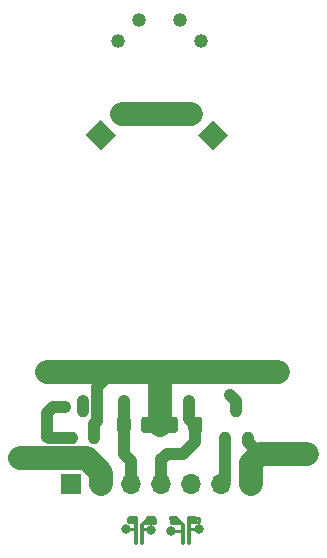
<source format=gbr>
%TF.GenerationSoftware,KiCad,Pcbnew,(5.1.6)-1*%
%TF.CreationDate,2023-11-28T20:11:05+09:00*%
%TF.ProjectId,CMouse-3rd-MOD,434d6f75-7365-42d3-9372-642d4d4f442e,rev?*%
%TF.SameCoordinates,Original*%
%TF.FileFunction,Copper,L1,Top*%
%TF.FilePolarity,Positive*%
%FSLAX46Y46*%
G04 Gerber Fmt 4.6, Leading zero omitted, Abs format (unit mm)*
G04 Created by KiCad (PCBNEW (5.1.6)-1) date 2023-11-28 20:11:05*
%MOMM*%
%LPD*%
G01*
G04 APERTURE LIST*
%TA.AperFunction,ComponentPad*%
%ADD10C,0.100000*%
%TD*%
%TA.AperFunction,ComponentPad*%
%ADD11C,1.800000*%
%TD*%
%TA.AperFunction,ComponentPad*%
%ADD12R,1.700000X1.700000*%
%TD*%
%TA.AperFunction,ComponentPad*%
%ADD13O,1.700000X1.700000*%
%TD*%
%TA.AperFunction,ComponentPad*%
%ADD14C,1.192000*%
%TD*%
%TA.AperFunction,SMDPad,CuDef*%
%ADD15R,0.600000X1.000000*%
%TD*%
%TA.AperFunction,ViaPad*%
%ADD16C,0.800000*%
%TD*%
%TA.AperFunction,Conductor*%
%ADD17C,0.300000*%
%TD*%
%TA.AperFunction,Conductor*%
%ADD18C,0.250000*%
%TD*%
%TA.AperFunction,Conductor*%
%ADD19C,1.000000*%
%TD*%
%TA.AperFunction,Conductor*%
%ADD20C,2.000000*%
%TD*%
G04 APERTURE END LIST*
%TA.AperFunction,ComponentPad*%
D10*
%TO.P,IR5,1*%
%TO.N,Net-(IR5-Pad1)*%
G36*
X109500000Y-117772792D02*
G01*
X108227208Y-116500000D01*
X109500000Y-115227208D01*
X110772792Y-116500000D01*
X109500000Y-117772792D01*
G37*
%TD.AperFunction*%
D11*
%TO.P,IR5,2*%
%TO.N,5v*%
X111296051Y-114703949D03*
%TD*%
%TO.P,IR6,2*%
%TO.N,5v*%
X117203949Y-114703949D03*
%TA.AperFunction,ComponentPad*%
D10*
%TO.P,IR6,1*%
%TO.N,Net-(IR6-Pad1)*%
G36*
X120272792Y-116500000D02*
G01*
X119000000Y-117772792D01*
X117727208Y-116500000D01*
X119000000Y-115227208D01*
X120272792Y-116500000D01*
G37*
%TD.AperFunction*%
%TD*%
D12*
%TO.P,J1,1*%
%TO.N,5v*%
X107000000Y-146000000D03*
D13*
%TO.P,J1,2*%
%TO.N,3.3v*%
X109540000Y-146000000D03*
%TO.P,J1,3*%
%TO.N,AN5*%
X112080000Y-146000000D03*
%TO.P,J1,4*%
%TO.N,AN6*%
X114620000Y-146000000D03*
%TO.P,J1,5*%
%TO.N,PD5*%
X117160000Y-146000000D03*
%TO.P,J1,6*%
%TO.N,PD6*%
X119700000Y-146000000D03*
%TO.P,J1,7*%
%TO.N,GND*%
X122240000Y-146000000D03*
%TD*%
%TO.P,R16,2*%
%TO.N,GND*%
%TA.AperFunction,SMDPad,CuDef*%
G36*
G01*
X112950000Y-141450001D02*
X112950000Y-140549999D01*
G75*
G02*
X113199999Y-140300000I249999J0D01*
G01*
X113850001Y-140300000D01*
G75*
G02*
X114100000Y-140549999I0J-249999D01*
G01*
X114100000Y-141450001D01*
G75*
G02*
X113850001Y-141700000I-249999J0D01*
G01*
X113199999Y-141700000D01*
G75*
G02*
X112950000Y-141450001I0J249999D01*
G01*
G37*
%TD.AperFunction*%
%TO.P,R16,1*%
%TO.N,AN5*%
%TA.AperFunction,SMDPad,CuDef*%
G36*
G01*
X110900000Y-141450001D02*
X110900000Y-140549999D01*
G75*
G02*
X111149999Y-140300000I249999J0D01*
G01*
X111800001Y-140300000D01*
G75*
G02*
X112050000Y-140549999I0J-249999D01*
G01*
X112050000Y-141450001D01*
G75*
G02*
X111800001Y-141700000I-249999J0D01*
G01*
X111149999Y-141700000D01*
G75*
G02*
X110900000Y-141450001I0J249999D01*
G01*
G37*
%TD.AperFunction*%
%TD*%
%TO.P,R17,1*%
%TO.N,AN6*%
%TA.AperFunction,SMDPad,CuDef*%
G36*
G01*
X118100000Y-140549999D02*
X118100000Y-141450001D01*
G75*
G02*
X117850001Y-141700000I-249999J0D01*
G01*
X117199999Y-141700000D01*
G75*
G02*
X116950000Y-141450001I0J249999D01*
G01*
X116950000Y-140549999D01*
G75*
G02*
X117199999Y-140300000I249999J0D01*
G01*
X117850001Y-140300000D01*
G75*
G02*
X118100000Y-140549999I0J-249999D01*
G01*
G37*
%TD.AperFunction*%
%TO.P,R17,2*%
%TO.N,GND*%
%TA.AperFunction,SMDPad,CuDef*%
G36*
G01*
X116050000Y-140549999D02*
X116050000Y-141450001D01*
G75*
G02*
X115800001Y-141700000I-249999J0D01*
G01*
X115149999Y-141700000D01*
G75*
G02*
X114900000Y-141450001I0J249999D01*
G01*
X114900000Y-140549999D01*
G75*
G02*
X115149999Y-140300000I249999J0D01*
G01*
X115800001Y-140300000D01*
G75*
G02*
X116050000Y-140549999I0J-249999D01*
G01*
G37*
%TD.AperFunction*%
%TD*%
D14*
%TO.P,S5,1*%
%TO.N,AN5*%
X111000000Y-108500000D03*
%TO.P,S5,2*%
%TO.N,3.3v*%
X112796051Y-106703949D03*
%TD*%
%TO.P,S6,2*%
%TO.N,3.3v*%
X116203949Y-106703949D03*
%TO.P,S6,1*%
%TO.N,AN6*%
X118000000Y-108500000D03*
%TD*%
D15*
%TO.P,TR5,1*%
%TO.N,PD5*%
X107050000Y-142150000D03*
%TO.P,TR5,2*%
%TO.N,GND*%
X108950000Y-142150000D03*
%TO.P,TR5,3*%
%TO.N,Net-(IR5-Pad1)*%
X108000000Y-139850000D03*
%TD*%
%TO.P,TR6,3*%
%TO.N,Net-(IR6-Pad1)*%
X121000000Y-139850000D03*
%TO.P,TR6,2*%
%TO.N,GND*%
X121950000Y-142150000D03*
%TO.P,TR6,1*%
%TO.N,PD6*%
X120050000Y-142150000D03*
%TD*%
D16*
%TO.N,*%
X113800000Y-149900000D03*
X115500000Y-150000000D03*
X111700000Y-149800000D03*
X117800000Y-149800000D03*
%TO.N,Net-(IR5-Pad1)*%
X108000000Y-139000000D03*
%TO.N,Net-(IR6-Pad1)*%
X120500000Y-138500000D03*
%TO.N,3.3v*%
X102649999Y-143850001D03*
%TO.N,AN5*%
X111500000Y-139000000D03*
%TO.N,AN6*%
X117000000Y-139000000D03*
%TO.N,PD5*%
X106500000Y-139500000D03*
%TO.N,GND*%
X127000000Y-143500000D03*
X124500000Y-136500000D03*
%TD*%
D17*
%TO.N,*%
X116000000Y-149000000D02*
X115500000Y-149000000D01*
X112500000Y-149000000D02*
X112000000Y-149000000D01*
X117000000Y-149000000D02*
X117500000Y-149000000D01*
X117000000Y-148875010D02*
X117000000Y-149000000D01*
X117500000Y-148875010D02*
X117000000Y-148875010D01*
X112500000Y-149000000D02*
X112500000Y-148875010D01*
X112500000Y-148875010D02*
X112000000Y-148875010D01*
X116000000Y-149000000D02*
X115875010Y-148875010D01*
X113500000Y-148875010D02*
X113500000Y-149000000D01*
X114000000Y-148875010D02*
X113500000Y-148875010D01*
X114000000Y-149000000D02*
X114000000Y-148875010D01*
X113500000Y-149000000D02*
X114000000Y-149000000D01*
D18*
X113700000Y-149800000D02*
X113800000Y-149900000D01*
X113000000Y-149800000D02*
X113700000Y-149800000D01*
D17*
X113000000Y-151000000D02*
X113000000Y-149800000D01*
X113000000Y-149800000D02*
X113000000Y-149500000D01*
D18*
X116400000Y-150000000D02*
X116500000Y-149900000D01*
X115500000Y-150000000D02*
X116400000Y-150000000D01*
D17*
X116500000Y-151000000D02*
X116500000Y-149900000D01*
X116500000Y-149900000D02*
X116500000Y-149500000D01*
D18*
X112500000Y-149800000D02*
X111700000Y-149800000D01*
D17*
X112500000Y-151000000D02*
X112500000Y-149800000D01*
X112500000Y-149800000D02*
X112500000Y-149500000D01*
D18*
X117100000Y-149800000D02*
X117000000Y-149700000D01*
D17*
X117000000Y-151000000D02*
X117000000Y-149700000D01*
D18*
X117800000Y-149800000D02*
X117100000Y-149800000D01*
D17*
X117000000Y-149700000D02*
X117000000Y-149500000D01*
X112500000Y-149500000D02*
X112500000Y-149200000D01*
X112500000Y-149200000D02*
X112500000Y-149000000D01*
D18*
X111825000Y-148875010D02*
X112000000Y-148875010D01*
X111800000Y-148850010D02*
X111825000Y-148875010D01*
X111800000Y-149200000D02*
X111800000Y-148850010D01*
X113350000Y-149150000D02*
X113950000Y-149150000D01*
D17*
X113350000Y-149150000D02*
X113500000Y-149000000D01*
D18*
X113200000Y-149300000D02*
X114100000Y-149300000D01*
D17*
X113000000Y-149500000D02*
X113200000Y-149300000D01*
X113200000Y-149300000D02*
X113350000Y-149150000D01*
D18*
X114100000Y-148975010D02*
X114000000Y-148875010D01*
X114100000Y-149300000D02*
X114100000Y-148975010D01*
X115500000Y-148875010D02*
X115500000Y-149300000D01*
X116200000Y-149300000D02*
X116250000Y-149250000D01*
X115500000Y-149300000D02*
X116200000Y-149300000D01*
D17*
X116500000Y-149500000D02*
X116250000Y-149250000D01*
X116250000Y-149250000D02*
X116000000Y-149000000D01*
D18*
X116000000Y-149100000D02*
X116000000Y-149000000D01*
X115800000Y-149300000D02*
X116000000Y-149100000D01*
X115824990Y-148875010D02*
X115824990Y-149075010D01*
D17*
X115824990Y-148875010D02*
X115500000Y-148875010D01*
X115875010Y-148875010D02*
X115824990Y-148875010D01*
D18*
X115824990Y-149075010D02*
X115600000Y-149300000D01*
X115600000Y-149300000D02*
X115800000Y-149300000D01*
X115500000Y-149300000D02*
X115600000Y-149300000D01*
D17*
X117000000Y-149500000D02*
X117000000Y-149200000D01*
D18*
X117000000Y-149200000D02*
X117800000Y-149200000D01*
D17*
X117000000Y-149200000D02*
X117000000Y-149000000D01*
D18*
X117800000Y-149200000D02*
X117800000Y-148850010D01*
X117525000Y-148850010D02*
X117500000Y-148875010D01*
X117800000Y-148850010D02*
X117525000Y-148850010D01*
X117525000Y-148850010D02*
X117525000Y-148925000D01*
X117525000Y-148925000D02*
X117600000Y-149000000D01*
X117600000Y-149000000D02*
X117500000Y-149000000D01*
X111800000Y-149200000D02*
X112500000Y-149200000D01*
D19*
%TO.N,Net-(IR5-Pad1)*%
X108000000Y-139000000D02*
X108000000Y-139850000D01*
D20*
%TO.N,5v*%
X111296051Y-114703949D02*
X117203949Y-114703949D01*
D19*
%TO.N,Net-(IR6-Pad1)*%
X120500000Y-138500000D02*
X121000000Y-139000000D01*
X121000000Y-139000000D02*
X121000000Y-139850000D01*
D20*
%TO.N,3.3v*%
X109540000Y-146000000D02*
X109540000Y-145040000D01*
X108350001Y-143850001D02*
X102649999Y-143850001D01*
X109540000Y-145040000D02*
X108350001Y-143850001D01*
D19*
%TO.N,AN5*%
X112080000Y-146000000D02*
X112080000Y-144080000D01*
X111475000Y-143475000D02*
X111475000Y-141000000D01*
X112080000Y-144080000D02*
X111475000Y-143475000D01*
X111500000Y-140975000D02*
X111475000Y-141000000D01*
X111500000Y-139000000D02*
X111500000Y-140975000D01*
%TO.N,AN6*%
X114620000Y-143880000D02*
X114713520Y-143880000D01*
X114620000Y-146000000D02*
X114620000Y-143880000D01*
X114713520Y-143880000D02*
X115093520Y-143500000D01*
X115093520Y-143500000D02*
X116500000Y-143500000D01*
X117525000Y-142475000D02*
X117525000Y-141000000D01*
X116500000Y-143500000D02*
X117525000Y-142475000D01*
X117000000Y-140475000D02*
X117525000Y-141000000D01*
X117000000Y-139000000D02*
X117000000Y-140475000D01*
%TO.N,PD5*%
X107049991Y-142149991D02*
X107050000Y-142150000D01*
X105500000Y-139500000D02*
X105000000Y-140000000D01*
X105000000Y-142000000D02*
X105149991Y-142149991D01*
X106500000Y-139500000D02*
X105500000Y-139500000D01*
X105000000Y-140000000D02*
X105000000Y-142000000D01*
X105149991Y-142149991D02*
X107049991Y-142149991D01*
%TO.N,PD6*%
X120050000Y-145650000D02*
X119700000Y-146000000D01*
X120050000Y-142150000D02*
X120050000Y-145650000D01*
D20*
%TO.N,GND*%
X122240000Y-146000000D02*
X122240000Y-144760000D01*
X122240000Y-144760000D02*
X122240000Y-144260000D01*
X122240000Y-144260000D02*
X123000000Y-143500000D01*
X123000000Y-143500000D02*
X127000000Y-143500000D01*
X114500000Y-137000000D02*
X115000000Y-136500000D01*
X114500000Y-141000000D02*
X114500000Y-137000000D01*
D19*
X114500000Y-141000000D02*
X115475000Y-141000000D01*
D20*
X124500000Y-136500000D02*
X115000000Y-136500000D01*
D19*
X113525000Y-141000000D02*
X114500000Y-141000000D01*
X121950000Y-142450000D02*
X123000000Y-143500000D01*
X121950000Y-142150000D02*
X121950000Y-142450000D01*
X109200010Y-137799990D02*
X110500000Y-136500000D01*
X108950000Y-140960002D02*
X109200010Y-140709992D01*
D20*
X110500000Y-136500000D02*
X105000000Y-136500000D01*
D19*
X109200010Y-140709992D02*
X109200010Y-137799990D01*
X108950000Y-142150000D02*
X108950000Y-140960002D01*
D20*
X115000000Y-136500000D02*
X110500000Y-136500000D01*
%TD*%
M02*

</source>
